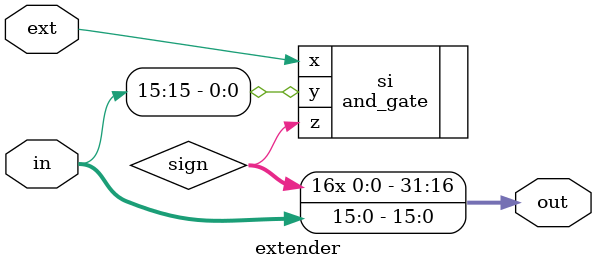
<source format=v>
`include "lib/and_gate.v"

module extender(in, ext, out);
   input [15:0] in;
   input 	ext;
   output [31:0] out;
   wire 	 sign;

   and_gate si(.x(ext), .y(in[15]), .z(sign));
   assign out = {{16{sign}},{in[15:0]}};

endmodule // extender

</source>
